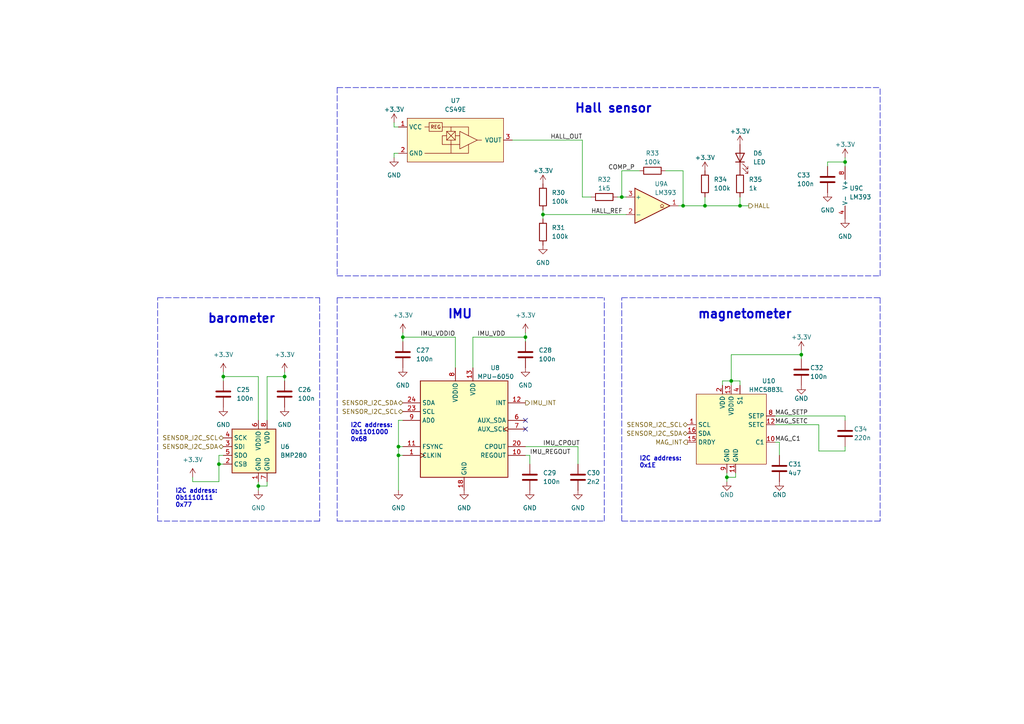
<source format=kicad_sch>
(kicad_sch (version 20211123) (generator eeschema)
  (paper "A4")
  (lib_symbols
    (symbol "Comparator:LM393" (pin_names (offset 0.127))
      (property "Reference" "U" (at 3.81 3.81 0))
      (property "Value" "LM393" (at 6.35 -3.81 0))
      (symbol "LM393_1_1"
        (polyline (pts (xy -5.08 5.08) (xy 5.08 0) (xy -5.08 -5.08) (xy -5.08 5.08)) (stroke (width 0.254)) (fill (type background)))
        (polyline (pts (xy 3.302 -0.508) (xy 2.794 -0.508) (xy 3.302 0) (xy 2.794 0.508) (xy 2.286 0) (xy 2.794 -0.508) (xy 2.286 -0.508)) (stroke (width 0.127)))
        (pin open_collector line (at 7.62 0 180) (length 2.54) (name "~") (number "1"))
        (pin input line (at -7.62 -2.54 0) (length 2.54) (name "-") (number "2"))
        (pin input line (at -7.62 2.54 0) (length 2.54) (name "+") (number "3"))
      )
      (symbol "LM393_2_1"
        (polyline (pts (xy -5.08 5.08) (xy 5.08 0) (xy -5.08 -5.08) (xy -5.08 5.08)) (stroke (width 0.254)) (fill (type background)))
        (polyline (pts (xy 3.302 -0.508) (xy 2.794 -0.508) (xy 3.302 0) (xy 2.794 0.508) (xy 2.286 0) (xy 2.794 -0.508) (xy 2.286 -0.508)) (stroke (width 0.127)))
        (pin input line (at -7.62 2.54 0) (length 2.54) (name "+") (number "5"))
        (pin input line (at -7.62 -2.54 0) (length 2.54) (name "_") (number "6"))
        (pin open_collector line (at 7.62 0 180) (length 2.54) (name "~") (number "7"))
      )
      (symbol "LM393_3_1"
        (pin power_in line (at -2.54 -7.62 90) (length 3.81) (name "V-") (number "4"))
        (pin power_in line (at -2.54 7.62 270) (length 3.81) (name "V+") (number "8"))
      )
    )
    (symbol "Device:C" (pin_numbers hide) (pin_names (offset 0.254))
      (property "Reference" "C" (at 0.635 2.54 0))
      (property "Value" "C" (at 0.635 -2.54 0))
      (symbol "C_0_1"
        (polyline (pts (xy -2.032 -0.762) (xy 2.032 -0.762)) (stroke (width 0.508)))
        (polyline (pts (xy -2.032 0.762) (xy 2.032 0.762)) (stroke (width 0.508)))
      )
      (symbol "C_1_1"
        (pin passive line (at 0 3.81 270) (length 2.794) (name "~") (number "1"))
        (pin passive line (at 0 -3.81 90) (length 2.794) (name "~") (number "2"))
      )
    )
    (symbol "Device:LED" (pin_numbers hide) (pin_names (offset 1.016) hide)
      (property "Reference" "D" (at 0 2.54 0))
      (property "Value" "LED" (at 0 -2.54 0))
      (symbol "LED_0_1"
        (polyline (pts (xy -1.27 -1.27) (xy -1.27 1.27)) (stroke (width 0.254)))
        (polyline (pts (xy -1.27 0) (xy 1.27 0)))
        (polyline (pts (xy 1.27 -1.27) (xy 1.27 1.27) (xy -1.27 0) (xy 1.27 -1.27)) (stroke (width 0.254)))
        (polyline (pts (xy -3.048 -0.762) (xy -4.572 -2.286) (xy -3.81 -2.286) (xy -4.572 -2.286) (xy -4.572 -1.524)))
        (polyline (pts (xy -1.778 -0.762) (xy -3.302 -2.286) (xy -2.54 -2.286) (xy -3.302 -2.286) (xy -3.302 -1.524)))
      )
      (symbol "LED_1_1"
        (pin passive line (at -3.81 0 0) (length 2.54) (name "K") (number "1"))
        (pin passive line (at 3.81 0 180) (length 2.54) (name "A") (number "2"))
      )
    )
    (symbol "Device:R" (pin_numbers hide) (pin_names (offset 0))
      (property "Reference" "R" (at 2.032 0 90))
      (property "Value" "R" (at 0 0 90))
      (symbol "R_0_1"
        (rectangle (start -1.016 -2.54) (end 1.016 2.54) (stroke (width 0.254)))
      )
      (symbol "R_1_1"
        (pin passive line (at 0 3.81 270) (length 1.27) (name "~") (number "1"))
        (pin passive line (at 0 -3.81 90) (length 1.27) (name "~") (number "2"))
      )
    )
    (symbol "Sensor_Motion:MPU-6050"
      (property "Reference" "U" (at -11.43 13.97 0))
      (property "Value" "MPU-6050" (at 7.62 -15.24 0))
      (symbol "MPU-6050_0_0"
        (text "" (at 12.7 -2.54 0) (effects (font (size 1.27 1.27))))
      )
      (symbol "MPU-6050_0_1"
        (rectangle (start -12.7 13.97) (end 12.7 -13.97) (stroke (width 0.254)) (fill (type background)))
      )
      (symbol "MPU-6050_1_1"
        (pin input clock (at -17.78 -7.62 0) (length 5.08) (name "CLKIN") (number "1"))
        (pin passive line (at 17.78 -7.62 180) (length 5.08) (name "REGOUT") (number "10"))
        (pin input line (at -17.78 -5.08 0) (length 5.08) (name "FSYNC") (number "11"))
        (pin output line (at 17.78 7.62 180) (length 5.08) (name "INT") (number "12"))
        (pin power_in line (at 2.54 17.78 270) (length 3.81) (name "VDD") (number "13"))
        (pin no_connect line (at -12.7 -10.16 0) (length 2.54) hide (name "NC") (number "14"))
        (pin no_connect line (at 12.7 12.7 180) (length 2.54) hide (name "NC") (number "15"))
        (pin no_connect line (at 12.7 10.16 180) (length 2.54) hide (name "NC") (number "16"))
        (pin no_connect line (at 12.7 5.08 180) (length 2.54) hide (name "NC") (number "17"))
        (pin power_in line (at 0 -17.78 90) (length 3.81) (name "GND") (number "18"))
        (pin no_connect line (at 12.7 -10.16 180) (length 2.54) hide (name "NC") (number "19"))
        (pin no_connect line (at -12.7 12.7 0) (length 2.54) hide (name "NC") (number "2"))
        (pin passive line (at 17.78 -5.08 180) (length 5.08) (name "CPOUT") (number "20"))
        (pin no_connect line (at 12.7 -2.54 180) (length 2.54) hide (name "NC") (number "21"))
        (pin no_connect line (at 12.7 -12.7 180) (length 2.54) hide (name "NC") (number "22"))
        (pin input line (at -17.78 5.08 0) (length 5.08) (name "SCL") (number "23"))
        (pin bidirectional line (at -17.78 7.62 0) (length 5.08) (name "SDA") (number "24"))
        (pin no_connect line (at -12.7 10.16 0) (length 2.54) hide (name "NC") (number "3"))
        (pin no_connect line (at -12.7 0 0) (length 2.54) hide (name "NC") (number "4"))
        (pin no_connect line (at -12.7 -2.54 0) (length 2.54) hide (name "NC") (number "5"))
        (pin bidirectional line (at 17.78 2.54 180) (length 5.08) (name "AUX_SDA") (number "6"))
        (pin output clock (at 17.78 0 180) (length 5.08) (name "AUX_SCL") (number "7"))
        (pin power_in line (at -2.54 17.78 270) (length 3.81) (name "VDDIO") (number "8"))
        (pin input line (at -17.78 2.54 0) (length 5.08) (name "AD0") (number "9"))
      )
    )
    (symbol "Sensor_Pressure:BMP280"
      (property "Reference" "U" (at -7.62 10.16 0))
      (property "Value" "BMP280" (at 5.08 10.16 0))
      (symbol "BMP280_0_1"
        (rectangle (start -7.62 -5.08) (end 5.08 7.62) (stroke (width 0.254)) (fill (type background)))
      )
      (symbol "BMP280_1_1"
        (pin power_in line (at 0 -7.62 90) (length 2.54) (name "GND") (number "1"))
        (pin input line (at -10.16 -2.54 0) (length 2.54) (name "CSB") (number "2"))
        (pin bidirectional line (at -10.16 2.54 0) (length 2.54) (name "SDI") (number "3"))
        (pin input line (at -10.16 5.08 0) (length 2.54) (name "SCK") (number "4"))
        (pin bidirectional line (at -10.16 0 0) (length 2.54) (name "SDO") (number "5"))
        (pin power_in line (at 0 10.16 270) (length 2.54) (name "VDDIO") (number "6"))
        (pin power_in line (at 2.54 -7.62 90) (length 2.54) (name "GND") (number "7"))
        (pin power_in line (at 2.54 10.16 270) (length 2.54) (name "VDD") (number "8"))
      )
    )
    (symbol "goose:CS49E"
      (property "Reference" "U" (at 0 11.43 0))
      (property "Value" "CS49E" (at 0 8.89 0))
      (symbol "CS49E_0_0"
        (text "REG" (at -5.71 3.81 0) (effects (font (size 1 1))))
      )
      (symbol "CS49E_0_1"
        (rectangle (start -13.97 6.35) (end 13.97 -6.35) (fill (type background)))
        (rectangle (start -7.62 5.08) (end -3.81 2.54))
        (polyline (pts (xy -8.89 3.81) (xy -7.62 3.81)))
        (polyline (pts (xy -2.54 2.54) (xy 0 0)))
        (polyline (pts (xy 0 1.27) (xy 1.27 1.27)))
        (polyline (pts (xy 0 2.54) (xy -2.54 0)))
        (polyline (pts (xy 6.35 0) (xy 7.62 0)))
        (polyline (pts (xy -1.27 0) (xy -1.27 -3.81) (xy -8.89 -3.81)))
        (polyline (pts (xy -1.27 3.81) (xy 3.81 3.81) (xy 3.81 1.27)))
        (polyline (pts (xy 3.81 -1.27) (xy 3.81 -3.81) (xy -1.27 -3.81)))
        (polyline (pts (xy -2.54 1.27) (xy -3.81 1.27) (xy -3.81 -1.27) (xy 1.27 -1.27)))
        (polyline (pts (xy 1.27 2.54) (xy 1.27 -2.54) (xy 6.35 0) (xy 1.27 2.54)))
        (polyline (pts (xy -3.81 3.81) (xy -1.27 3.81) (xy -1.27 2.54) (xy -2.54 2.54) (xy -2.54 0) (xy 0 0) (xy 0 2.54) (xy -1.27 2.54) (xy -2.54 2.54)))
      )
      (symbol "CS49E_1_1"
        (pin power_in line (at -16.51 3.81 0) (length 2.54) (name "VCC") (number "1"))
        (pin passive line (at -16.51 -3.81 0) (length 2.54) (name "GND") (number "2"))
        (pin output line (at 16.51 0 180) (length 2.54) (name "VOUT") (number "3"))
      )
    )
    (symbol "goose:QMC5883L"
      (property "Reference" "U" (at 9.525 15.875 0))
      (property "Value" "QMC5883L" (at 9.525 13.335 0))
      (symbol "QMC5883L_0_1"
        (rectangle (start -10.16 11.43) (end 10.16 -8.89) (fill (type background)))
      )
      (symbol "QMC5883L_1_1"
        (pin input line (at -12.7 2.54 0) (length 2.54) (name "SCL") (number "1"))
        (pin input line (at 12.7 -2.54 180) (length 2.54) (name "C1") (number "10"))
        (pin input line (at 1.27 -11.43 90) (length 2.54) (name "GND") (number "11"))
        (pin input line (at 12.7 2.54 180) (length 2.54) (name "SETC") (number "12"))
        (pin input line (at 0 13.97 270) (length 2.54) (name "VDDIO") (number "13"))
        (pin input line (at -12.7 -2.54 0) (length 2.54) (name "DRDY") (number "15"))
        (pin input line (at -12.7 0 0) (length 2.54) (name "SDA") (number "16"))
        (pin input line (at -2.54 13.97 270) (length 2.54) (name "VDD") (number "2"))
        (pin input line (at 2.54 13.97 270) (length 2.54) (name "S1") (number "4"))
        (pin input line (at 12.7 5.08 180) (length 2.54) (name "SETP") (number "8"))
        (pin input line (at -1.27 -11.43 90) (length 2.54) (name "GND") (number "9"))
      )
    )
    (symbol "power:+3.3V" (power) (pin_names (offset 0))
      (property "Value" "+3.3V" (at 0 3.556 0))
      (symbol "+3.3V_0_1"
        (polyline (pts (xy -0.762 1.27) (xy 0 2.54)))
        (polyline (pts (xy 0 0) (xy 0 2.54)))
        (polyline (pts (xy 0 2.54) (xy 0.762 1.27)))
      )
      (symbol "+3.3V_1_1"
        (pin power_in line (at 0 0 90) (length 0) hide (name "+3.3V") (number "1"))
      )
    )
    (symbol "power:GND" (power) (pin_names (offset 0))
      (property "Value" "GND" (at 0 -3.81 0))
      (symbol "GND_0_1"
        (polyline (pts (xy 0 0) (xy 0 -1.27) (xy 1.27 -1.27) (xy 0 -2.54) (xy -1.27 -1.27) (xy 0 -1.27)))
      )
      (symbol "GND_1_1"
        (pin power_in line (at 0 0 270) (length 0) hide (name "GND") (number "1"))
      )
    )
  )
  (junction (at 212.09 110.49))
  (junction (at 63.5 134.62))
  (junction (at 232.41 102.87))
  (junction (at 115.57 129.54))
  (junction (at 82.55 109.22))
  (junction (at 214.63 59.69))
  (junction (at 210.82 138.43))
  (junction (at 198.12 59.69))
  (junction (at 116.84 97.79))
  (junction (at 64.77 109.22))
  (junction (at 152.4 97.79))
  (junction (at 204.47 59.69))
  (junction (at 115.57 132.08))
  (junction (at 157.48 62.23))
  (junction (at 180.34 57.15))
  (junction (at 245.11 46.99))
  (junction (at 74.93 140.97))
  (no_connect (at 152.4 121.92))
  (no_connect (at 152.4 124.46))
  (wire (pts (xy 115.57 129.54) (xy 115.57 121.92)))
  (polyline (pts (xy 255.27 86.36) (xy 255.27 151.13)))
  (wire (pts (xy 63.5 134.62) (xy 64.77 134.62)))
  (polyline (pts (xy 92.71 151.13) (xy 45.72 151.13)))
  (wire (pts (xy 116.84 97.79) (xy 116.84 99.06)))
  (wire (pts (xy 152.4 96.52) (xy 152.4 97.79)))
  (polyline (pts (xy 97.79 86.36) (xy 97.79 151.13)))
  (wire (pts (xy 224.79 128.27) (xy 226.06 128.27)))
  (wire (pts (xy 148.59 40.64) (xy 168.91 40.64)))
  (wire (pts (xy 137.16 97.79) (xy 137.16 106.68)))
  (wire (pts (xy 152.4 97.79) (xy 152.4 99.06)))
  (wire (pts (xy 115.57 132.08) (xy 115.57 129.54)))
  (wire (pts (xy 245.11 45.72) (xy 245.11 46.99)))
  (wire (pts (xy 152.4 129.54) (xy 167.64 129.54)))
  (polyline (pts (xy 180.34 151.13) (xy 180.34 86.36)))
  (wire (pts (xy 74.93 109.22) (xy 64.77 109.22)))
  (wire (pts (xy 245.11 130.81) (xy 237.49 130.81)))
  (wire (pts (xy 64.77 107.95) (xy 64.77 109.22)))
  (wire (pts (xy 64.77 109.22) (xy 64.77 110.49)))
  (wire (pts (xy 55.88 139.7) (xy 55.88 138.43)))
  (polyline (pts (xy 97.79 25.4) (xy 97.79 80.01)))
  (wire (pts (xy 74.93 140.97) (xy 77.47 140.97)))
  (wire (pts (xy 245.11 120.65) (xy 245.11 121.92)))
  (wire (pts (xy 82.55 107.95) (xy 82.55 109.22)))
  (wire (pts (xy 214.63 59.69) (xy 217.17 59.69)))
  (wire (pts (xy 132.08 106.68) (xy 132.08 97.79)))
  (wire (pts (xy 64.77 132.08) (xy 63.5 132.08)))
  (wire (pts (xy 237.49 123.19) (xy 224.79 123.19)))
  (wire (pts (xy 77.47 121.92) (xy 77.47 109.22)))
  (polyline (pts (xy 45.72 86.36) (xy 92.71 86.36)))
  (wire (pts (xy 204.47 57.15) (xy 204.47 59.69)))
  (wire (pts (xy 209.55 110.49) (xy 212.09 110.49)))
  (wire (pts (xy 209.55 111.76) (xy 209.55 110.49)))
  (wire (pts (xy 168.91 57.15) (xy 171.45 57.15)))
  (wire (pts (xy 116.84 96.52) (xy 116.84 97.79)))
  (wire (pts (xy 198.12 49.53) (xy 198.12 59.69)))
  (wire (pts (xy 132.08 97.79) (xy 116.84 97.79)))
  (wire (pts (xy 226.06 128.27) (xy 226.06 132.08)))
  (wire (pts (xy 210.82 137.16) (xy 210.82 138.43)))
  (wire (pts (xy 157.48 62.23) (xy 181.61 62.23)))
  (wire (pts (xy 245.11 129.54) (xy 245.11 130.81)))
  (wire (pts (xy 115.57 132.08) (xy 116.84 132.08)))
  (wire (pts (xy 115.57 129.54) (xy 116.84 129.54)))
  (wire (pts (xy 179.07 57.15) (xy 180.34 57.15)))
  (wire (pts (xy 114.3 45.72) (xy 114.3 44.45)))
  (wire (pts (xy 153.67 132.08) (xy 152.4 132.08)))
  (wire (pts (xy 224.79 120.65) (xy 245.11 120.65)))
  (wire (pts (xy 74.93 139.7) (xy 74.93 140.97)))
  (polyline (pts (xy 97.79 80.01) (xy 255.27 80.01)))
  (polyline (pts (xy 97.79 86.36) (xy 175.26 86.36)))
  (polyline (pts (xy 175.26 151.13) (xy 175.26 86.36)))
  (wire (pts (xy 232.41 101.6) (xy 232.41 102.87)))
  (wire (pts (xy 63.5 132.08) (xy 63.5 134.62)))
  (wire (pts (xy 212.09 110.49) (xy 212.09 111.76)))
  (wire (pts (xy 214.63 110.49) (xy 214.63 111.76)))
  (wire (pts (xy 212.09 102.87) (xy 232.41 102.87)))
  (wire (pts (xy 63.5 139.7) (xy 55.88 139.7)))
  (wire (pts (xy 114.3 36.83) (xy 115.57 36.83)))
  (wire (pts (xy 137.16 97.79) (xy 152.4 97.79)))
  (wire (pts (xy 157.48 60.96) (xy 157.48 62.23)))
  (wire (pts (xy 82.55 109.22) (xy 82.55 110.49)))
  (wire (pts (xy 210.82 138.43) (xy 213.36 138.43)))
  (wire (pts (xy 114.3 44.45) (xy 115.57 44.45)))
  (wire (pts (xy 180.34 57.15) (xy 181.61 57.15)))
  (polyline (pts (xy 180.34 86.36) (xy 255.27 86.36)))
  (wire (pts (xy 214.63 57.15) (xy 214.63 59.69)))
  (wire (pts (xy 210.82 138.43) (xy 210.82 139.7)))
  (wire (pts (xy 153.67 134.62) (xy 153.67 132.08)))
  (polyline (pts (xy 97.79 25.4) (xy 255.27 25.4)))
  (wire (pts (xy 193.04 49.53) (xy 198.12 49.53)))
  (wire (pts (xy 77.47 140.97) (xy 77.47 139.7)))
  (wire (pts (xy 196.85 59.69) (xy 198.12 59.69)))
  (wire (pts (xy 77.47 109.22) (xy 82.55 109.22)))
  (wire (pts (xy 115.57 142.24) (xy 115.57 132.08)))
  (wire (pts (xy 115.57 121.92) (xy 116.84 121.92)))
  (wire (pts (xy 74.93 140.97) (xy 74.93 142.24)))
  (wire (pts (xy 212.09 110.49) (xy 212.09 102.87)))
  (wire (pts (xy 157.48 62.23) (xy 157.48 63.5)))
  (wire (pts (xy 198.12 59.69) (xy 204.47 59.69)))
  (wire (pts (xy 74.93 121.92) (xy 74.93 109.22)))
  (wire (pts (xy 168.91 40.64) (xy 168.91 57.15)))
  (polyline (pts (xy 92.71 86.36) (xy 92.71 151.13)))
  (wire (pts (xy 245.11 46.99) (xy 240.03 46.99)))
  (polyline (pts (xy 255.27 151.13) (xy 180.34 151.13)))
  (wire (pts (xy 63.5 134.62) (xy 63.5 139.7)))
  (wire (pts (xy 204.47 59.69) (xy 214.63 59.69)))
  (wire (pts (xy 212.09 110.49) (xy 214.63 110.49)))
  (wire (pts (xy 232.41 102.87) (xy 232.41 104.14)))
  (wire (pts (xy 245.11 46.99) (xy 245.11 48.26)))
  (wire (pts (xy 114.3 35.56) (xy 114.3 36.83)))
  (wire (pts (xy 180.34 49.53) (xy 180.34 57.15)))
  (polyline (pts (xy 97.79 151.13) (xy 175.26 151.13)))
  (wire (pts (xy 240.03 46.99) (xy 240.03 48.26)))
  (polyline (pts (xy 45.72 151.13) (xy 45.72 86.36)))
  (polyline (pts (xy 255.27 80.01) (xy 255.27 25.4)))
  (wire (pts (xy 167.64 129.54) (xy 167.64 134.62)))
  (wire (pts (xy 237.49 130.81) (xy 237.49 123.19)))
  (wire (pts (xy 185.42 49.53) (xy 180.34 49.53)))
  (wire (pts (xy 213.36 138.43) (xy 213.36 137.16)))
  (text "I2C address:\n0b1110111\n0x77" (at 50.8 147.32 0) (effects (font (size 1.27 1.27) (thickness 0.254) bold) (justify left bottom)))
  (text "magnetometer" (at 229.87 92.71 180) (effects (font (size 2.54 2.54) (thickness 0.508) bold) (justify right bottom)))
  (text "I2C address:\n0x1E" (at 185.42 135.89 0) (effects (font (size 1.27 1.27) (thickness 0.254) bold) (justify left bottom)))
  (text "I2C address:\n0b1101000\n0x68" (at 101.6 128.27 0) (effects (font (size 1.27 1.27) (thickness 0.254) bold) (justify left bottom)))
  (text "Hall sensor" (at 189.23 33.02 180) (effects (font (size 2.54 2.54) (thickness 0.508) bold) (justify right bottom)))
  (text "barometer" (at 80.01 93.98 180) (effects (font (size 2.54 2.54) (thickness 0.508) bold) (justify right bottom)))
  (text "IMU" (at 137.16 92.71 180) (effects (font (size 2.54 2.54) (thickness 0.508) bold) (justify right bottom)))
  (label "IMU_VDD" (at 138.43 97.79 0))
  (label "COMP_P" (at 184.15 49.53 180))
  (label "MAG_C1" (at 224.79 128.27 0))
  (label "MAG_SETP" (at 224.79 120.65 0))
  (label "IMU_REGOUT" (at 153.67 132.08 0))
  (label "IMU_VDDIO" (at 121.92 97.79 0))
  (label "MAG_SETC" (at 224.79 123.19 0))
  (label "HALL_OUT" (at 168.91 40.64 180))
  (label "HALL_REF" (at 171.45 62.23 0))
  (label "IMU_CPOUT" (at 157.48 129.54 0))
  (hierarchical_label "SENSOR_I2C_SDA" (shape bidirectional) (at 199.39 125.73 180))
  (hierarchical_label "SENSOR_I2C_SDA" (shape bidirectional) (at 116.84 116.84 180))
  (hierarchical_label "HALL" (shape output) (at 217.17 59.69 0))
  (hierarchical_label "IMU_INT" (shape output) (at 152.4 116.84 0))
  (hierarchical_label "MAG_INT" (shape output) (at 199.39 128.27 180))
  (hierarchical_label "SENSOR_I2C_SCL" (shape bidirectional) (at 199.39 123.19 180))
  (hierarchical_label "SENSOR_I2C_SDA" (shape bidirectional) (at 64.77 129.54 180))
  (hierarchical_label "SENSOR_I2C_SCL" (shape bidirectional) (at 64.77 127 180))
  (hierarchical_label "SENSOR_I2C_SCL" (shape bidirectional) (at 116.84 119.38 180))
  (symbol (lib_id "power:GND") (at 64.77 118.11 0) (unit 1)
    (property "Reference" "#PWR076" (effects hide))
    (property "Value" "GND" (at 64.77 123.19 0))
  )
  (symbol (lib_id "power:GND") (at 152.4 106.68 0) (unit 1)
    (property "Reference" "#PWR087" (effects hide))
    (property "Value" "GND" (at 152.4 111.76 0))
  )
  (symbol (lib_id "Device:C") (at 152.4 102.87 0) (unit 1)
    (property "Reference" "C28" (at 156.21 101.5999 0) (effects (justify left)))
    (property "Value" "100n" (at 156.21 104.1399 0) (effects (justify left)))
    (property "Footprint" "Capacitor_SMD:C_0603_1608Metric" (effects hide))
  )
  (symbol (lib_id "power:+3.3V") (at 245.11 45.72 0) (unit 1)
    (property "Reference" "#PWR099" (effects hide))
    (property "Value" "+3.3V" (at 245.11 41.91 0))
  )
  (symbol (lib_id "power:+3.3V") (at 204.47 49.53 0) (unit 1)
    (property "Reference" "#PWR092" (effects hide))
    (property "Value" "+3.3V" (at 204.47 45.72 0))
  )
  (symbol (lib_id "power:GND") (at 210.82 139.7 0) (unit 1)
    (property "Reference" "#PWR093" (effects hide))
    (property "Value" "GND" (at 210.82 143.51 0))
  )
  (symbol (lib_id "power:GND") (at 226.06 139.7 0) (unit 1)
    (property "Reference" "#PWR095" (effects hide))
    (property "Value" "GND" (at 226.06 143.51 0))
  )
  (symbol (lib_id "Device:R") (at 189.23 49.53 90) (unit 1)
    (property "Reference" "R33" (at 189.23 44.45 90))
    (property "Value" "100k" (at 189.23 46.99 90))
    (property "Footprint" "Resistor_SMD:R_0603_1608Metric" (effects hide))
  )
  (symbol (lib_id "power:+3.3V") (at 64.77 107.95 0) (unit 1)
    (property "Reference" "#PWR075" (effects hide))
    (property "Value" "+3.3V" (at 64.77 102.87 0))
  )
  (symbol (lib_id "Device:C") (at 116.84 102.87 0) (unit 1)
    (property "Reference" "C27" (at 120.65 101.6 0) (effects (justify left)))
    (property "Value" "100n" (at 120.65 104.14 0) (effects (justify left)))
    (property "Footprint" "Capacitor_SMD:C_0603_1608Metric" (effects hide))
  )
  (symbol (lib_id "Comparator:LM393") (at 189.23 59.69 0) (unit 1)
    (property "Reference" "U9" (at 191.77 53.34 0))
    (property "Value" "LM393" (at 193.04 55.88 0))
    (property "Footprint" "Package_SO:SOIC-8_3.9x4.9mm_P1.27mm" (effects hide))
    (property "Datasheet" "http://www.ti.com/lit/ds/symlink/lm393.pdf" (effects hide))
  )
  (symbol (lib_id "power:GND") (at 114.3 45.72 0) (mirror y) (unit 1)
    (property "Reference" "#PWR081" (effects hide))
    (property "Value" "GND" (at 114.3 50.8 0))
  )
  (symbol (lib_id "goose:CS49E") (at 132.08 40.64 0) (unit 1)
    (property "Reference" "U7" (at 132.08 29.21 0))
    (property "Value" "CS49E" (at 132.08 31.75 0))
    (property "Footprint" "goose:tht_pin_01x03" (effects hide))
  )
  (symbol (lib_id "Device:R") (at 214.63 53.34 180) (unit 1)
    (property "Reference" "R35" (at 217.17 52.07 0) (effects (justify right)))
    (property "Value" "1k" (at 217.17 54.61 0) (effects (justify right)))
    (property "Footprint" "Resistor_SMD:R_0603_1608Metric" (effects hide))
  )
  (symbol (lib_id "power:+3.3V") (at 114.3 35.56 0) (unit 1)
    (property "Reference" "#PWR080" (effects hide))
    (property "Value" "+3.3V" (at 114.3 31.75 0))
  )
  (symbol (lib_id "power:GND") (at 134.62 142.24 0) (unit 1)
    (property "Reference" "#PWR085" (effects hide))
    (property "Value" "GND" (at 134.62 147.32 0))
  )
  (symbol (lib_id "power:GND") (at 245.11 63.5 0) (unit 1)
    (property "Reference" "#PWR0100" (effects hide))
    (property "Value" "GND" (at 245.11 68.58 0))
  )
  (symbol (lib_id "Device:C") (at 167.64 138.43 0) (unit 1)
    (property "Reference" "C30" (at 170.18 137.16 0) (effects (justify left)))
    (property "Value" "2n2" (at 170.18 139.7 0) (effects (justify left)))
    (property "Footprint" "Capacitor_SMD:C_0603_1608Metric" (effects hide))
  )
  (symbol (lib_id "Comparator:LM393") (at 247.65 55.88 0) (unit 3)
    (property "Reference" "U9" (at 246.38 54.6099 0) (effects (justify left)))
    (property "Value" "LM393" (at 246.38 57.1499 0) (effects (justify left)))
    (property "Footprint" "Package_SO:SOIC-8_3.9x4.9mm_P1.27mm" (effects hide))
    (property "Datasheet" "http://www.ti.com/lit/ds/symlink/lm393.pdf" (effects hide))
  )
  (symbol (lib_id "power:GND") (at 153.67 142.24 0) (unit 1)
    (property "Reference" "#PWR088" (effects hide))
    (property "Value" "GND" (at 153.67 147.32 0))
  )
  (symbol (lib_id "Device:R") (at 157.48 57.15 0) (unit 1)
    (property "Reference" "R30" (at 160.02 55.8799 0) (effects (justify left)))
    (property "Value" "100k" (at 160.02 58.4199 0) (effects (justify left)))
    (property "Footprint" "Resistor_SMD:R_0603_1608Metric" (effects hide))
  )
  (symbol (lib_id "Device:R") (at 157.48 67.31 0) (unit 1)
    (property "Reference" "R31" (at 160.02 66.0399 0) (effects (justify left)))
    (property "Value" "100k" (at 160.02 68.5799 0) (effects (justify left)))
    (property "Footprint" "Resistor_SMD:R_0603_1608Metric" (effects hide))
  )
  (symbol (lib_id "Device:C") (at 64.77 114.3 0) (unit 1)
    (property "Reference" "C25" (at 68.58 113.03 0) (effects (justify left)))
    (property "Value" "100n" (at 68.58 115.57 0) (effects (justify left)))
    (property "Footprint" "Capacitor_SMD:C_0603_1608Metric" (effects hide))
  )
  (symbol (lib_id "Device:R") (at 175.26 57.15 90) (unit 1)
    (property "Reference" "R32" (at 175.26 52.07 90))
    (property "Value" "1k5" (at 175.26 54.61 90))
    (property "Footprint" "Resistor_SMD:R_0603_1608Metric" (effects hide))
  )
  (symbol (lib_id "Device:C") (at 245.11 125.73 0) (unit 1)
    (property "Reference" "C34" (at 247.65 124.46 0) (effects (justify left)))
    (property "Value" "220n" (at 247.65 127 0) (effects (justify left)))
    (property "Footprint" "Capacitor_SMD:C_0603_1608Metric" (effects hide))
  )
  (symbol (lib_id "power:GND") (at 157.48 71.12 0) (mirror y) (unit 1)
    (property "Reference" "#PWR090" (effects hide))
    (property "Value" "GND" (at 157.48 76.2 0))
  )
  (symbol (lib_id "Device:LED") (at 214.63 45.72 90) (unit 1)
    (property "Reference" "D6" (at 218.44 44.45 90) (effects (justify right)))
    (property "Value" "LED" (at 218.44 46.99 90) (effects (justify right)))
    (property "Footprint" "LED_SMD:LED_0603_1608Metric" (effects hide))
  )
  (symbol (lib_id "power:+3.3V") (at 232.41 101.6 0) (unit 1)
    (property "Reference" "#PWR096" (effects hide))
    (property "Value" "+3.3V" (at 232.41 97.79 0))
  )
  (symbol (lib_id "Sensor_Pressure:BMP280") (at 74.93 132.08 0) (unit 1)
    (property "Reference" "U6" (at 81.28 129.5399 0) (effects (justify left)))
    (property "Value" "BMP280" (at 81.28 132.0799 0) (effects (justify left)))
    (property "Footprint" "goose:bmp280_hand_solder" (effects hide))
    (property "Datasheet" "https://ae-bst.resource.bosch.com/media/_tech/media/datasheets/BST-BMP280-DS001.pdf" (effects hide))
  )
  (symbol (lib_id "Device:C") (at 153.67 138.43 0) (unit 1)
    (property "Reference" "C29" (at 157.48 137.1599 0) (effects (justify left)))
    (property "Value" "100n" (at 157.48 139.6999 0) (effects (justify left)))
    (property "Footprint" "Capacitor_SMD:C_0603_1608Metric" (effects hide))
  )
  (symbol (lib_id "power:+3.3V") (at 152.4 96.52 0) (unit 1)
    (property "Reference" "#PWR086" (effects hide))
    (property "Value" "+3.3V" (at 152.4 91.44 0))
  )
  (symbol (lib_id "power:+3.3V") (at 214.63 41.91 0) (unit 1)
    (property "Reference" "#PWR094" (effects hide))
    (property "Value" "+3.3V" (at 214.63 38.1 0))
  )
  (symbol (lib_id "power:GND") (at 82.55 118.11 0) (unit 1)
    (property "Reference" "#PWR079" (effects hide))
    (property "Value" "GND" (at 82.55 123.19 0))
  )
  (symbol (lib_id "power:+3.3V") (at 55.88 138.43 0) (unit 1)
    (property "Reference" "#PWR074" (effects hide))
    (property "Value" "+3.3V" (at 55.88 133.35 0))
  )
  (symbol (lib_id "Device:C") (at 226.06 135.89 0) (unit 1)
    (property "Reference" "C31" (at 228.6 134.62 0) (effects (justify left)))
    (property "Value" "4u7" (at 228.6 137.16 0) (effects (justify left)))
    (property "Footprint" "Capacitor_SMD:C_0603_1608Metric" (effects hide))
  )
  (symbol (lib_id "power:+3.3V") (at 116.84 96.52 0) (unit 1)
    (property "Reference" "#PWR083" (effects hide))
    (property "Value" "+3.3V" (at 116.84 91.44 0))
  )
  (symbol (lib_id "goose:QMC5883L") (at 212.09 125.73 0) (unit 1)
    (property "Reference" "U10" (at 220.98 110.49 0) (effects (justify left)))
    (property "Value" "HMC5883L" (at 217.17 113.03 0) (effects (justify left)))
    (property "Footprint" "goose:qmc5883l_hand_solder" (effects hide))
  )
  (symbol (lib_id "power:+3.3V") (at 157.48 53.34 0) (unit 1)
    (property "Reference" "#PWR089" (effects hide))
    (property "Value" "+3.3V" (at 157.48 49.53 0))
  )
  (symbol (lib_id "power:GND") (at 240.03 55.88 0) (unit 1)
    (property "Reference" "#PWR098" (effects hide))
    (property "Value" "GND" (at 240.03 60.96 0))
  )
  (symbol (lib_id "Device:R") (at 204.47 53.34 180) (unit 1)
    (property "Reference" "R34" (at 207.01 52.07 0) (effects (justify right)))
    (property "Value" "100k" (at 207.01 54.61 0) (effects (justify right)))
    (property "Footprint" "Resistor_SMD:R_0603_1608Metric" (effects hide))
  )
  (symbol (lib_id "Device:C") (at 82.55 114.3 0) (unit 1)
    (property "Reference" "C26" (at 86.36 113.03 0) (effects (justify left)))
    (property "Value" "100n" (at 86.36 115.57 0) (effects (justify left)))
    (property "Footprint" "Capacitor_SMD:C_0603_1608Metric" (effects hide))
  )
  (symbol (lib_id "Sensor_Motion:MPU-6050") (at 134.62 124.46 0) (unit 1)
    (property "Reference" "U8" (at 142.24 106.68 0) (effects (justify left)))
    (property "Value" "MPU-6050" (at 138.43 109.22 0) (effects (justify left)))
    (property "Footprint" "goose:mpu6050_hand_solder" (effects hide))
    (property "Datasheet" "https://store.invensense.com/datasheets/invensense/MPU-6050_DataSheet_V3%204.pdf" (effects hide))
  )
  (symbol (lib_id "Device:C") (at 232.41 107.95 0) (unit 1)
    (property "Reference" "C32" (at 234.95 106.68 0) (effects (justify left)))
    (property "Value" "100n" (at 234.95 109.22 0) (effects (justify left)))
    (property "Footprint" "Capacitor_SMD:C_0603_1608Metric" (effects hide))
  )
  (symbol (lib_id "Device:C") (at 240.03 52.07 0) (unit 1)
    (property "Reference" "C33" (at 231.14 50.8 0) (effects (justify left)))
    (property "Value" "100n" (at 231.14 53.34 0) (effects (justify left)))
    (property "Footprint" "Capacitor_SMD:C_0603_1608Metric" (effects hide))
  )
  (symbol (lib_id "power:GND") (at 167.64 142.24 0) (unit 1)
    (property "Reference" "#PWR091" (effects hide))
    (property "Value" "GND" (at 167.64 147.32 0))
  )
  (symbol (lib_id "power:GND") (at 116.84 106.68 0) (unit 1)
    (property "Reference" "#PWR084" (effects hide))
    (property "Value" "GND" (at 116.84 111.76 0))
  )
  (symbol (lib_id "power:+3.3V") (at 82.55 107.95 0) (unit 1)
    (property "Reference" "#PWR078" (effects hide))
    (property "Value" "+3.3V" (at 82.55 102.87 0))
  )
  (symbol (lib_id "power:GND") (at 232.41 111.76 0) (unit 1)
    (property "Reference" "#PWR097" (effects hide))
    (property "Value" "GND" (at 232.41 115.57 0))
  )
  (symbol (lib_id "power:GND") (at 74.93 142.24 0) (unit 1)
    (property "Reference" "#PWR077" (effects hide))
    (property "Value" "GND" (at 74.93 147.32 0))
  )
  (symbol (lib_id "power:GND") (at 115.57 142.24 0) (unit 1)
    (property "Reference" "#PWR082" (effects hide))
    (property "Value" "GND" (at 115.57 147.32 0))
  )
)
</source>
